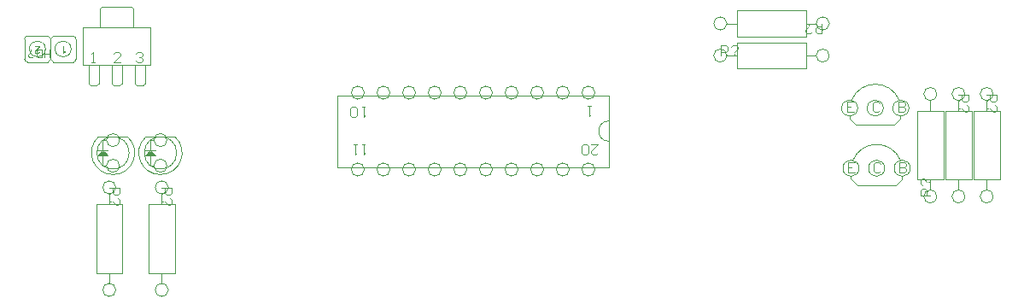
<source format=gm1>
G04*
G04 #@! TF.GenerationSoftware,Altium Limited,Altium Designer,21.9.2 (33)*
G04*
G04 Layer_Color=16711935*
%FSTAX24Y24*%
%MOIN*%
G70*
G04*
G04 #@! TF.SameCoordinates,A68203B9-CA12-4FF3-9F36-A0A22A6ADD5B*
G04*
G04*
G04 #@! TF.FilePolarity,Positive*
G04*
G01*
G75*
%ADD47C,0.0020*%
G36*
X0239Y022854D02*
Y022852D01*
Y02285D01*
X023899Y022846D01*
X023899Y022842D01*
X023898Y022838D01*
X023897Y022833D01*
X023895Y022829D01*
Y022828D01*
X023895Y022828D01*
X023894Y022825D01*
X023892Y022821D01*
X02389Y022816D01*
X023886Y02281D01*
X023882Y022803D01*
X023877Y022796D01*
X023871Y022788D01*
Y022788D01*
X02387Y022787D01*
X023868Y022785D01*
X023864Y022781D01*
X023858Y022775D01*
X023851Y022769D01*
X023843Y022761D01*
X023833Y022752D01*
X023822Y022743D01*
X023822Y022742D01*
X02382Y022741D01*
X023817Y022739D01*
X023814Y022736D01*
X02381Y022733D01*
X023806Y022729D01*
X023801Y022725D01*
X023795Y02272D01*
X023784Y022709D01*
X023773Y022699D01*
X023768Y022694D01*
X023763Y022688D01*
X023759Y022683D01*
X023755Y022679D01*
Y022678D01*
X023754Y022678D01*
X023754Y022676D01*
X023753Y022675D01*
X02375Y02267D01*
X023746Y022664D01*
X023743Y022657D01*
X02374Y02265D01*
X023738Y022642D01*
X023737Y022634D01*
Y022633D01*
Y022633D01*
X023738Y02263D01*
X023738Y022626D01*
X02374Y022621D01*
X023741Y022615D01*
X023744Y022609D01*
X023748Y022603D01*
X023754Y022597D01*
X023754Y022596D01*
X023757Y022594D01*
X02376Y022592D01*
X023765Y022589D01*
X023771Y022586D01*
X023778Y022583D01*
X023786Y022582D01*
X023795Y022581D01*
X023798D01*
X023799Y022582D01*
X023805Y022582D01*
X023811Y022583D01*
X023817Y022585D01*
X023825Y022588D01*
X023832Y022592D01*
X023838Y022597D01*
X023839Y022598D01*
X023841Y0226D01*
X023844Y022604D01*
X023846Y022609D01*
X023849Y022615D01*
X023852Y022623D01*
X023854Y022632D01*
X023855Y022642D01*
X023893Y022638D01*
Y022638D01*
X023892Y022636D01*
Y022634D01*
X023892Y022631D01*
X023891Y022628D01*
X02389Y022624D01*
X023889Y022619D01*
X023887Y022614D01*
X023884Y022604D01*
X023879Y022593D01*
X023876Y022588D01*
X023872Y022583D01*
X023868Y022578D01*
X023863Y022573D01*
X023863Y022573D01*
X023862Y022572D01*
X023861Y022571D01*
X023858Y02257D01*
X023856Y022568D01*
X023853Y022566D01*
X023849Y022564D01*
X023845Y022562D01*
X02384Y02256D01*
X023835Y022558D01*
X023829Y022556D01*
X023823Y022554D01*
X023817Y022553D01*
X02381Y022552D01*
X023802Y022551D01*
X023794Y022551D01*
X02379D01*
X023787Y022551D01*
X023783Y022552D01*
X023779Y022552D01*
X023774Y022553D01*
X023769Y022554D01*
X023758Y022557D01*
X023747Y022561D01*
X023741Y022564D01*
X023735Y022567D01*
X02373Y022571D01*
X023725Y022575D01*
X023725Y022576D01*
X023724Y022576D01*
X023723Y022578D01*
X023721Y022579D01*
X023719Y022582D01*
X023717Y022585D01*
X023715Y022588D01*
X023712Y022592D01*
X023708Y0226D01*
X023703Y022611D01*
X023702Y022616D01*
X023701Y022622D01*
X0237Y022628D01*
X023699Y022635D01*
Y022635D01*
Y022638D01*
X0237Y022641D01*
X0237Y022646D01*
X023701Y022651D01*
X023703Y022657D01*
X023705Y022664D01*
X023707Y02267D01*
X023708Y022671D01*
X023709Y022673D01*
X02371Y022677D01*
X023713Y022682D01*
X023716Y022687D01*
X023721Y022694D01*
X023726Y0227D01*
X023732Y022708D01*
X023733Y022708D01*
X023735Y022711D01*
X023737Y022713D01*
X02374Y022715D01*
X023742Y022718D01*
X023746Y022722D01*
X023749Y022725D01*
X023754Y022729D01*
X023758Y022733D01*
X023763Y022738D01*
X023769Y022743D01*
X023775Y022749D01*
X023782Y022754D01*
X023789Y02276D01*
X023789Y022761D01*
X02379Y022762D01*
X023792Y022763D01*
X023794Y022765D01*
X023797Y022767D01*
X0238Y02277D01*
X023807Y022776D01*
X023814Y022782D01*
X023821Y022789D01*
X023827Y022794D01*
X02383Y022797D01*
X023832Y022799D01*
X023833Y022799D01*
X023834Y022801D01*
X023836Y022802D01*
X023838Y022805D01*
X02384Y022808D01*
X023843Y022811D01*
X023848Y022819D01*
X023699D01*
Y022854D01*
X0239D01*
Y022854D01*
D02*
G37*
G36*
X024826Y022618D02*
X024826Y022618D01*
X024828Y02262D01*
X024831Y022623D01*
X024835Y022626D01*
X02484Y02263D01*
X024846Y022634D01*
X024853Y022639D01*
X024861Y022644D01*
X024862D01*
X024862Y022644D01*
X024865Y022646D01*
X024869Y022648D01*
X024874Y022651D01*
X02488Y022654D01*
X024887Y022657D01*
X024893Y02266D01*
X0249Y022663D01*
Y022627D01*
X0249D01*
X024899Y022626D01*
X024897Y022625D01*
X024895Y022624D01*
X024892Y022623D01*
X024889Y022621D01*
X024882Y022617D01*
X024873Y022612D01*
X024864Y022606D01*
X024855Y022599D01*
X024846Y022591D01*
X024845Y022591D01*
X024845Y02259D01*
X024844Y022589D01*
X024842Y022588D01*
X024838Y022583D01*
X024833Y022578D01*
X024827Y022572D01*
X024822Y022565D01*
X024817Y022558D01*
X024813Y022551D01*
X024789D01*
Y022854D01*
X024826D01*
Y022618D01*
D02*
G37*
D47*
X02341Y023258D02*
G03*
X0233Y023148I0J-00011D01*
G01*
X0233Y022361D02*
G03*
X02341Y02225I00011J0D01*
G01*
X0253Y023148D02*
G03*
X025206Y023258I-000102J000008D01*
G01*
Y02225D02*
G03*
X0253Y022361I-000008J000102D01*
G01*
X025115Y022754D02*
G03*
X025115Y022754I-000315J0D01*
G01*
X024115D02*
G03*
X024115Y022754I-000315J0D01*
G01*
X02738Y0187D02*
G03*
X02738Y0187I-00063J0D01*
G01*
X027006Y0182D02*
G03*
X027006Y0182I-000256J0D01*
G01*
Y0192D02*
G03*
X027006Y0192I-000256J0D01*
G01*
X026184Y019329D02*
G03*
X027316Y019329I000566J-000629D01*
G01*
X026856Y01335D02*
G03*
X026856Y01335I-000256J0D01*
G01*
Y01735D02*
G03*
X026856Y01735I-000256J0D01*
G01*
X028906Y01335D02*
G03*
X028906Y01335I-000256J0D01*
G01*
Y01735D02*
G03*
X028906Y01735I-000256J0D01*
G01*
X025798Y021403D02*
G03*
X025876Y021324I000079J0D01*
G01*
X026113Y021324D02*
G03*
X026191Y021403I0J000079D01*
G01*
X027018Y021324D02*
G03*
X027097Y021403I0J000079D01*
G01*
X026703Y021403D02*
G03*
X026782Y021324I000079J0D01*
G01*
X027924Y021324D02*
G03*
X028002Y021403I0J000079D01*
G01*
X027609Y021403D02*
G03*
X027687Y021324I000079J0D01*
G01*
X026333Y024395D02*
G03*
X026254Y024317I0J-000079D01*
G01*
X027546Y024317D02*
G03*
X027467Y024395I-000079J0D01*
G01*
X046099Y019944D02*
G03*
X046099Y019156I0J-000394D01*
G01*
X044556Y02105D02*
G03*
X044556Y02105I-000256J0D01*
G01*
X043556D02*
G03*
X043556Y02105I-000256J0D01*
G01*
X042556D02*
G03*
X042556Y02105I-000256J0D01*
G01*
X041556D02*
G03*
X041556Y02105I-000256J0D01*
G01*
X040556D02*
G03*
X040556Y02105I-000256J0D01*
G01*
X039556D02*
G03*
X039556Y02105I-000256J0D01*
G01*
X038556D02*
G03*
X038556Y02105I-000256J0D01*
G01*
X037556D02*
G03*
X037556Y02105I-000256J0D01*
G01*
X036556D02*
G03*
X036556Y02105I-000256J0D01*
G01*
X045556D02*
G03*
X045556Y02105I-000256J0D01*
G01*
Y01805D02*
G03*
X045556Y01805I-000256J0D01*
G01*
X044556D02*
G03*
X044556Y01805I-000256J0D01*
G01*
X043556D02*
G03*
X043556Y01805I-000256J0D01*
G01*
X042556D02*
G03*
X042556Y01805I-000256J0D01*
G01*
X041556D02*
G03*
X041556Y01805I-000256J0D01*
G01*
X040556D02*
G03*
X040556Y01805I-000256J0D01*
G01*
X039556D02*
G03*
X039556Y01805I-000256J0D01*
G01*
X038556D02*
G03*
X038556Y01805I-000256J0D01*
G01*
X037556D02*
G03*
X037556Y01805I-000256J0D01*
G01*
X036556D02*
G03*
X036556Y01805I-000256J0D01*
G01*
X061106Y017D02*
G03*
X061106Y017I-000256J0D01*
G01*
Y021D02*
G03*
X061106Y021I-000256J0D01*
G01*
X060006Y017D02*
G03*
X060006Y017I-000256J0D01*
G01*
Y021D02*
G03*
X060006Y021I-000256J0D01*
G01*
X057865Y0181D02*
G03*
X057865Y0181I-000315J0D01*
G01*
X056865D02*
G03*
X056865Y0181I-000315J0D01*
G01*
X055865D02*
G03*
X055865Y0181I-000315J0D01*
G01*
X057481Y018409D02*
G03*
X055624Y018411I-000928J-000382D01*
G01*
X057815Y02045D02*
G03*
X057815Y02045I-000315J0D01*
G01*
X056815D02*
G03*
X056815Y02045I-000315J0D01*
G01*
X055815D02*
G03*
X055815Y02045I-000315J0D01*
G01*
X057431Y020759D02*
G03*
X055574Y020761I-000928J-000382D01*
G01*
X058906Y021D02*
G03*
X058906Y021I-000256J0D01*
G01*
Y017D02*
G03*
X058906Y017I-000256J0D01*
G01*
X028034Y019329D02*
G03*
X029166Y019329I000566J-000629D01*
G01*
X028856Y0192D02*
G03*
X028856Y0192I-000256J0D01*
G01*
Y0182D02*
G03*
X028856Y0182I-000256J0D01*
G01*
X02923Y0187D02*
G03*
X02923Y0187I-00063J0D01*
G01*
X050706Y02375D02*
G03*
X050706Y02375I-000256J0D01*
G01*
X054706D02*
G03*
X054706Y02375I-000256J0D01*
G01*
Y0225D02*
G03*
X054706Y0225I-000256J0D01*
G01*
X050706D02*
G03*
X050706Y0225I-000256J0D01*
G01*
X0233Y022361D02*
Y023148D01*
X0253Y022361D02*
Y023148D01*
X0244Y02225D02*
X025206D01*
X024404Y023258D02*
X025206D01*
X0234Y02225D02*
Y022254D01*
Y023254D02*
Y023258D01*
X0242D01*
X0234Y02225D02*
X0242D01*
Y022254D02*
X0243Y022354D01*
X0244Y022254D01*
X0242Y023258D02*
X0243Y023158D01*
Y023154D02*
Y023158D01*
Y023154D02*
X0244Y023254D01*
X0243Y022354D02*
Y023158D01*
X0264Y01875D02*
X02643Y01872D01*
X02646Y01869D01*
X02649Y01866D02*
X02652Y01863D01*
X02655Y0186D01*
X0263Y01875D02*
X0264D01*
X02627Y01872D02*
X02643D01*
X02624Y01869D02*
X02646D01*
X02621Y01866D02*
X02649D01*
X02618Y01863D02*
X02652D01*
X02635Y0182D02*
X02645D01*
X02635D02*
Y0186D01*
Y0192D02*
X02645D01*
X02635Y0191D02*
Y0192D01*
Y0188D02*
Y0191D01*
X02615Y0188D02*
X02655D01*
X02635D02*
X02655Y0186D01*
X02615D02*
X02635Y0188D01*
X02615Y0186D02*
X02655D01*
X026184Y01933D02*
X027316D01*
X027112Y014011D02*
Y016689D01*
X026088D02*
X027112D01*
X0266Y013618D02*
Y014011D01*
Y016689D02*
Y017094D01*
X026088Y014011D02*
X027112D01*
X026088D02*
Y016689D01*
X029162Y014011D02*
Y016689D01*
X028138D02*
X029162D01*
X02865Y013618D02*
Y014011D01*
Y016689D02*
Y017094D01*
X028138Y014011D02*
X029162D01*
X028138D02*
Y016689D01*
X028221Y02213D02*
Y02359D01*
X025579Y02213D02*
Y02359D01*
X028221D01*
X025579Y02213D02*
X028221D01*
X025876Y021324D02*
X026113D01*
X026191Y021403D02*
Y022116D01*
X025798Y021403D02*
Y022116D01*
X026703Y021403D02*
Y02213D01*
X027097Y021403D02*
Y02213D01*
X026782Y021324D02*
X027018D01*
X027609Y021403D02*
Y02213D01*
X028002Y021403D02*
Y02213D01*
X027687Y021324D02*
X027924D01*
X026333Y024395D02*
X027467D01*
X026254Y02359D02*
Y024317D01*
X027546Y02359D02*
Y024317D01*
X046099Y01815D02*
Y02095D01*
X035501D02*
X046099D01*
X035501Y01815D02*
Y02095D01*
Y01815D02*
X046099D01*
X061362Y017661D02*
Y020339D01*
X060338D02*
X061362D01*
X06085Y017268D02*
Y017661D01*
Y020339D02*
Y020744D01*
X060338Y017661D02*
X061362D01*
X060338D02*
Y020339D01*
X060262Y017661D02*
Y020339D01*
X059238D02*
X060262D01*
X05975Y017268D02*
Y017661D01*
Y020339D02*
Y020744D01*
X059238Y017661D02*
X060262D01*
X059238D02*
Y020339D01*
X0558Y01745D02*
X0573D01*
X05555Y0177D02*
X0558Y01745D01*
X0573D02*
X057534Y017684D01*
X05555Y0177D02*
Y017785D01*
X057534Y017684D02*
Y017785D01*
X05575Y0198D02*
X05725D01*
X0555Y02005D02*
X05575Y0198D01*
X05725D02*
X057484Y020034D01*
X0555Y02005D02*
Y020135D01*
X057484Y020034D02*
Y020135D01*
X058138Y017661D02*
Y020339D01*
Y017661D02*
X059162D01*
X05865Y020339D02*
Y020732D01*
Y017256D02*
Y017661D01*
X058138Y020339D02*
X059162D01*
Y017661D02*
Y020339D01*
X028034Y01933D02*
X029166D01*
X028Y0186D02*
X0284D01*
X028D02*
X0282Y0188D01*
X0284Y0186D01*
X028Y0188D02*
X0284D01*
X0282D02*
Y0191D01*
Y0192D01*
X0283D01*
X0282Y0182D02*
Y0186D01*
Y0182D02*
X0283D01*
X02803Y01863D02*
X02837D01*
X02806Y01866D02*
X02834D01*
X02809Y01869D02*
X02831D01*
X02812Y01872D02*
X02828D01*
X02815Y01875D02*
X02825D01*
X02837Y01863D02*
X0284Y0186D01*
X02834Y01866D02*
X02837Y01863D01*
X02828Y01872D02*
X02831Y01869D01*
X02825Y01875D02*
X02828Y01872D01*
X051111Y023238D02*
X053789D01*
Y024262D01*
X050718Y02375D02*
X051111D01*
X053789D02*
X054194D01*
X051111Y023238D02*
Y024262D01*
X053789D01*
X051111Y023012D02*
X053789D01*
X051111Y021988D02*
Y023012D01*
X053789Y0225D02*
X054182D01*
X050706D02*
X051111D01*
X053789Y021988D02*
Y023012D01*
X051111Y021988D02*
X053789D01*
X02428Y02242D02*
Y022735D01*
Y022577D01*
X02407D01*
Y02242D01*
Y022735D01*
X023965Y02242D02*
Y022735D01*
X023808D01*
X023756Y022682D01*
Y022472D01*
X023808Y02242D01*
X023965D01*
X023651Y022472D02*
X023598Y02242D01*
X023493D01*
X023441Y022472D01*
Y022525D01*
X023546Y02263D01*
Y022682D02*
Y022735D01*
X0266Y017319D02*
X026994D01*
Y017122D01*
X026928Y017056D01*
X026797D01*
X026731Y017122D01*
Y017319D01*
Y017187D02*
X0266Y017056D01*
X026928Y016925D02*
X026994Y016859D01*
Y016728D01*
X026928Y016663D01*
X026862D01*
X026731Y016794D01*
X026666D02*
X0266D01*
X02865Y017319D02*
X029044D01*
Y017122D01*
X028978Y017056D01*
X028847D01*
X028781Y017122D01*
Y017319D01*
Y017187D02*
X02865Y017056D01*
X028978Y016925D02*
X029044Y016859D01*
Y016728D01*
X028978Y016663D01*
X028912D01*
X028781Y016794D01*
X028716D02*
X02865D01*
X027644Y022568D02*
X02771Y022633D01*
X027841D01*
X027906Y022568D01*
Y022502D01*
X027841Y022437D01*
X027775D01*
X027841D01*
X027906Y022371D01*
Y022305D01*
X027841Y02224D01*
X02771D01*
X027644Y022305D01*
X027038Y02224D02*
X026776D01*
X027038Y022502D01*
Y022568D01*
X026973Y022633D01*
X026842D01*
X026776Y022568D01*
X025908Y02224D02*
X026039D01*
X025973D01*
Y022633D01*
X025908Y022568D01*
X045406Y020534D02*
X045275D01*
X045341D01*
Y020141D01*
X045406Y020206D01*
X036587Y020495D02*
X036456D01*
X036522D01*
Y020101D01*
X036587Y020167D01*
X036259D02*
X036194Y020101D01*
X036063D01*
X035997Y020167D01*
Y020429D01*
X036063Y020495D01*
X036194D01*
X036259Y020429D01*
Y020167D01*
X036587Y019038D02*
X036456D01*
X036522D01*
Y018645D01*
X036587Y01871D01*
X036259Y019038D02*
X036128D01*
X036194D01*
Y018645D01*
X036259Y01871D01*
X04542Y019038D02*
X045682D01*
X04542Y018776D01*
Y01871D01*
X045485Y018645D01*
X045616D01*
X045682Y01871D01*
X045288D02*
X045223Y018645D01*
X045092D01*
X045026Y01871D01*
Y018973D01*
X045092Y019038D01*
X045223D01*
X045288Y018973D01*
Y01871D01*
X06085Y020968D02*
X061244D01*
Y020772D01*
X061178Y020706D01*
X061047D01*
X060981Y020772D01*
Y020968D01*
Y020837D02*
X06085Y020706D01*
X061178Y020575D02*
X061244Y020509D01*
Y020378D01*
X061178Y020313D01*
X061112D01*
X060981Y020444D01*
X060916D02*
X06085D01*
X05975Y020968D02*
X060144D01*
Y020772D01*
X060078Y020706D01*
X059947D01*
X059881Y020772D01*
Y020968D01*
Y020837D02*
X05975Y020706D01*
X060078Y020575D02*
X060144Y020509D01*
Y020378D01*
X060078Y020313D01*
X060012D01*
X059881Y020444D01*
X059816D02*
X05975D01*
X055712Y018344D02*
X05545D01*
Y01795D01*
X055712D01*
X05545Y018147D02*
X055581D01*
X056712Y018278D02*
X056647Y018344D01*
X056516D01*
X05645Y018278D01*
Y018016D01*
X056516Y01795D01*
X056647D01*
X056712Y018016D01*
X05745Y018344D02*
Y01795D01*
X057647D01*
X057712Y018016D01*
Y018081D01*
X057647Y018147D01*
X05745D01*
X057647D01*
X057712Y018212D01*
Y018278D01*
X057647Y018344D01*
X05745D01*
X055662Y020694D02*
X0554D01*
Y0203D01*
X055662D01*
X0554Y020497D02*
X055531D01*
X056662Y020628D02*
X056597Y020694D01*
X056466D01*
X0564Y020628D01*
Y020366D01*
X056466Y0203D01*
X056597D01*
X056662Y020366D01*
X0574Y020694D02*
Y0203D01*
X057597D01*
X057662Y020366D01*
Y020431D01*
X057597Y020497D01*
X0574D01*
X057597D01*
X057662Y020562D01*
Y020628D01*
X057597Y020694D01*
X0574D01*
X05865Y017032D02*
X058256D01*
Y017228D01*
X058322Y017294D01*
X058453D01*
X058519Y017228D01*
Y017032D01*
Y017163D02*
X05865Y017294D01*
X058322Y017425D02*
X058256Y017491D01*
Y017622D01*
X058322Y017687D01*
X058388D01*
X058519Y017556D01*
X058584D02*
X05865D01*
X054419Y02375D02*
Y023356D01*
X054222D01*
X054156Y023422D01*
Y023553D01*
X054222Y023619D01*
X054419D01*
X054287D02*
X054156Y02375D01*
X054025Y023422D02*
X053959Y023356D01*
X053828D01*
X053763Y023422D01*
Y023488D01*
X053894Y023619D01*
Y023684D02*
Y02375D01*
X050482Y0225D02*
Y022894D01*
X050678D01*
X050744Y022828D01*
Y022697D01*
X050678Y022631D01*
X050482D01*
X050613D02*
X050744Y0225D01*
X050875Y022828D02*
X050941Y022894D01*
X051072D01*
X051137Y022828D01*
Y022762D01*
X051006Y022631D01*
Y022566D02*
Y0225D01*
M02*

</source>
